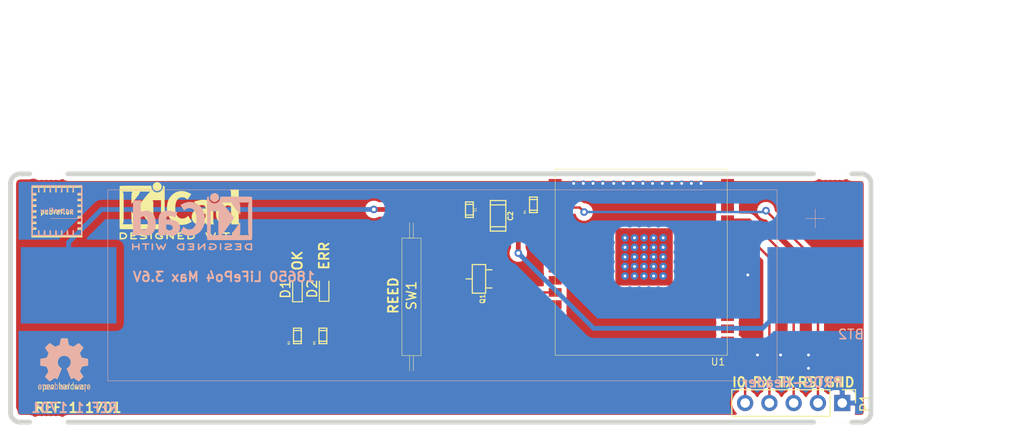
<source format=kicad_pcb>
(kicad_pcb (version 20160815) (host pcbnew no-vcs-found)
  (layers (0 F.Cu signal) (31 B.Cu signal) (34 B.Paste user) (35 F.Paste user) (36 B.SilkS user) (37 F.SilkS user) (38 B.Mask user) (39 F.Mask user) (44 Edge.Cuts user))
  (net 0 "")
  (net 1 "Net-(BT1-Pad2)")
  (net 2 "Net-(BT1-Pad1)")
  (net 3 "Net-(D1-Pad1)")
  (net 4 "Net-(D1-Pad2)")
  (net 5 "Net-(D2-Pad2)")
  (net 6 "Net-(D2-Pad1)")
  (net 7 "Net-(P1-Pad5)")
  (net 8 "Net-(P1-Pad4)")
  (net 9 "Net-(P1-Pad3)")
  (net 10 "Net-(P1-Pad2)")
  (net 11 "Net-(Q1-Pad1)")
  (net 12 "Net-(U1-Pad39)")
  (net 13 "Net-(U1-Pad4)")
  (net 14 "Net-(U1-Pad5)")
  (net 15 "Net-(U1-Pad6)")
  (net 16 "Net-(U1-Pad7)")
  (net 17 "Net-(U1-Pad8)")
  (net 18 "Net-(U1-Pad9)")
  (net 19 "Net-(U1-Pad13)")
  (net 20 "Net-(U1-Pad14)")
  (net 21 "Net-(U1-Pad15)")
  (net 22 "Net-(U1-Pad16)")
  (net 23 "Net-(U1-Pad17)")
  (net 24 "Net-(U1-Pad18)")
  (net 25 "Net-(U1-Pad19)")
  (net 26 "Net-(U1-Pad20)")
  (net 27 "Net-(U1-Pad21)")
  (net 28 "Net-(U1-Pad22)")
  (net 29 "Net-(U1-Pad23)")
  (net 30 "Net-(U1-Pad24)")
  (net 31 "Net-(U1-Pad26)")
  (net 32 "Net-(U1-Pad27)")
  (net 33 "Net-(U1-Pad28)")
  (net 34 "Net-(U1-Pad29)")
  (net 35 "Net-(U1-Pad30)")
  (net 36 "Net-(U1-Pad31)")
  (net 37 "Net-(U1-Pad32)")
  (net 38 "Net-(U1-Pad33)")
  (net 39 "Net-(U1-Pad36)")
  (net 40 "Net-(U1-Pad37)")
  (net 41 /GND)
  (module module:micro_bite (layer F.Cu) (at 31 68)
    (fp_text reference REF** hide)
    (fp_text value micro_bite hide)
    (pad "" np_thru_hole circle (at 1 0) (size 0.3 0.3) (drill 0.3) (layers *.Cu))
    (pad "" np_thru_hole circle (at 0.5 0) (size 0.3 0.3) (drill 0.3) (layers *.Cu))
    (pad "" np_thru_hole circle (at -1 0) (size 0.3 0.3) (drill 0.3) (layers *.Cu))
    (pad "" np_thru_hole circle (at -0.5 0) (size 0.3 0.3) (drill 0.3) (layers *.Cu))
    (pad "" np_thru_hole circle (at 0 0) (size 0.3 0.3) (drill 0.3) (layers *.Cu))
  )
  (module module:micro_bite (layer F.Cu) (at 113 68)
    (fp_text reference REF** hide)
    (fp_text value micro_bite hide)
    (pad "" np_thru_hole circle (at 0 0) (size 0.3 0.3) (drill 0.3) (layers *.Cu))
    (pad "" np_thru_hole circle (at -0.5 0) (size 0.3 0.3) (drill 0.3) (layers *.Cu))
    (pad "" np_thru_hole circle (at -1 0) (size 0.3 0.3) (drill 0.3) (layers *.Cu))
    (pad "" np_thru_hole circle (at 0.5 0) (size 0.3 0.3) (drill 0.3) (layers *.Cu))
    (pad "" np_thru_hole circle (at 1 0) (size 0.3 0.3) (drill 0.3) (layers *.Cu))
  )
  (module module:micro_bite (layer F.Cu) (at 113 42)
    (fp_text reference REF** hide)
    (fp_text value micro_bite hide)
    (pad "" np_thru_hole circle (at 1 0) (size 0.3 0.3) (drill 0.3) (layers *.Cu))
    (pad "" np_thru_hole circle (at 0.5 0) (size 0.3 0.3) (drill 0.3) (layers *.Cu))
    (pad "" np_thru_hole circle (at -1 0) (size 0.3 0.3) (drill 0.3) (layers *.Cu))
    (pad "" np_thru_hole circle (at -0.5 0) (size 0.3 0.3) (drill 0.3) (layers *.Cu))
    (pad "" np_thru_hole circle (at 0 0) (size 0.3 0.3) (drill 0.3) (layers *.Cu))
  )
  (module module:micro_bite (layer F.Cu) (at 31 42)
    (fp_text reference REF** hide)
    (fp_text value micro_bite hide)
    (pad "" np_thru_hole circle (at 0 0) (size 0.3 0.3) (drill 0.3) (layers *.Cu))
    (pad "" np_thru_hole circle (at -0.5 0) (size 0.3 0.3) (drill 0.3) (layers *.Cu))
    (pad "" np_thru_hole circle (at -1 0) (size 0.3 0.3) (drill 0.3) (layers *.Cu))
    (pad "" np_thru_hole circle (at 0.5 0) (size 0.3 0.3) (drill 0.3) (layers *.Cu))
    (pad "" np_thru_hole circle (at 1 0) (size 0.3 0.3) (drill 0.3) (layers *.Cu))
  )
  (module Symbols:KiCad-Logo2_6mm_SilkScreen (layer F.Cu) (at 44.683 45.857)
    (fp_text reference REF*** hide)
    (fp_text value KiCad-Logo2_6mm_SilkScreen hide)
  )
  (module module:Via-0.6mm (layer F.Cu) (at 110.469 62.367 90)
    (fp_text reference REF** hide)
    (fp_text value Via-0.6mm hide)
    (pad 1 thru_hole circle (at 0 0 90) (size 0.6 0.6) (drill 0.3) (layers *.Cu) (net 41 /GND))
  )
  (module module:Via-0.6mm (layer F.Cu) (at 110.469 60.97 90)
    (fp_text reference REF** hide)
    (fp_text value Via-0.6mm hide)
    (pad 1 thru_hole circle (at 0 0 90) (size 0.6 0.6) (drill 0.3) (layers *.Cu) (net 41 /GND))
  )
  (module module:Via-0.6mm (layer F.Cu) (at 107.548 60.97 90)
    (fp_text reference REF** hide)
    (fp_text value Via-0.6mm hide)
    (pad 1 thru_hole circle (at 0 0 90) (size 0.6 0.6) (drill 0.3) (layers *.Cu) (net 41 /GND))
  )
  (module module:Via-0.6mm (layer F.Cu) (at 105.135 60.97 90)
    (fp_text reference REF** hide)
    (fp_text value Via-0.6mm hide)
    (pad 1 thru_hole circle (at 0 0 90) (size 0.6 0.6) (drill 0.3) (layers *.Cu) (net 41 /GND))
  )
  (module module:Via-0.6mm (layer F.Cu) (at 104.119 52.588 90)
    (fp_text reference REF** hide)
    (fp_text value Via-0.6mm hide)
    (pad 1 thru_hole circle (at 0 0 90) (size 0.6 0.6) (drill 0.3) (layers *.Cu) (net 41 /GND))
  )
  (module module:Via-0.6mm (layer F.Cu) (at 85.902312 43.002568 90)
    (fp_text reference REF** hide)
    (fp_text value Via-0.6mm hide)
    (pad 1 thru_hole circle (at 0 0 90) (size 0.6 0.6) (drill 0.3) (layers *.Cu) (net 41 /GND))
  )
  (module module:Via-0.6mm (layer F.Cu) (at 99.237312 43.002568 90)
    (fp_text reference REF** hide)
    (fp_text value Via-0.6mm hide)
    (pad 1 thru_hole circle (at 0 0 90) (size 0.6 0.6) (drill 0.3) (layers *.Cu) (net 41 /GND))
  )
  (module module:Via-0.6mm (layer F.Cu) (at 98.221312 43.002568 90)
    (fp_text reference REF** hide)
    (fp_text value Via-0.6mm hide)
    (pad 1 thru_hole circle (at 0 0 90) (size 0.6 0.6) (drill 0.3) (layers *.Cu) (net 41 /GND))
  )
  (module module:Via-0.6mm (layer F.Cu) (at 97.205312 43.002568 90)
    (fp_text reference REF** hide)
    (fp_text value Via-0.6mm hide)
    (pad 1 thru_hole circle (at 0 0 90) (size 0.6 0.6) (drill 0.3) (layers *.Cu) (net 41 /GND))
  )
  (module module:Via-0.6mm (layer F.Cu) (at 96.189312 43.002568 90)
    (fp_text reference REF** hide)
    (fp_text value Via-0.6mm hide)
    (pad 1 thru_hole circle (at 0 0 90) (size 0.6 0.6) (drill 0.3) (layers *.Cu) (net 41 /GND))
  )
  (module module:Via-0.6mm (layer F.Cu) (at 95.173312 43.002568 90)
    (fp_text reference REF** hide)
    (fp_text value Via-0.6mm hide)
    (pad 1 thru_hole circle (at 0 0 90) (size 0.6 0.6) (drill 0.3) (layers *.Cu) (net 41 /GND))
  )
  (module module:Via-0.6mm (layer F.Cu) (at 94.157312 43.002568 90)
    (fp_text reference REF** hide)
    (fp_text value Via-0.6mm hide)
    (pad 1 thru_hole circle (at 0 0 90) (size 0.6 0.6) (drill 0.3) (layers *.Cu) (net 41 /GND))
  )
  (module module:Via-0.6mm (layer F.Cu) (at 93.141312 43.002568 90)
    (fp_text reference REF** hide)
    (fp_text value Via-0.6mm hide)
    (pad 1 thru_hole circle (at 0 0 90) (size 0.6 0.6) (drill 0.3) (layers *.Cu) (net 41 /GND))
  )
  (module module:Via-0.6mm (layer F.Cu) (at 92.125312 43.002568 90)
    (fp_text reference REF** hide)
    (fp_text value Via-0.6mm hide)
    (pad 1 thru_hole circle (at 0 0 90) (size 0.6 0.6) (drill 0.3) (layers *.Cu) (net 41 /GND))
  )
  (module module:Via-0.6mm (layer F.Cu) (at 91.109312 43.002568 90)
    (fp_text reference REF** hide)
    (fp_text value Via-0.6mm hide)
    (pad 1 thru_hole circle (at 0 0 90) (size 0.6 0.6) (drill 0.3) (layers *.Cu) (net 41 /GND))
  )
  (module module:Via-0.6mm (layer F.Cu) (at 90.093312 43.002568 90)
    (fp_text reference REF** hide)
    (fp_text value Via-0.6mm hide)
    (pad 1 thru_hole circle (at 0 0 90) (size 0.6 0.6) (drill 0.3) (layers *.Cu) (net 41 /GND))
  )
  (module module:Via-0.6mm (layer F.Cu) (at 88.950312 43.002568 90)
    (fp_text reference REF** hide)
    (fp_text value Via-0.6mm hide)
    (pad 1 thru_hole circle (at 0 0 90) (size 0.6 0.6) (drill 0.3) (layers *.Cu) (net 41 /GND))
  )
  (module module:Via-0.6mm (layer F.Cu) (at 87.934312 43.002568 90)
    (fp_text reference REF** hide)
    (fp_text value Via-0.6mm hide)
    (pad 1 thru_hole circle (at 0 0 90) (size 0.6 0.6) (drill 0.3) (layers *.Cu) (net 41 /GND))
  )
  (module module:Via-0.6mm (layer F.Cu) (at 86.918312 43.002568 90)
    (fp_text reference REF** hide)
    (fp_text value Via-0.6mm hide)
    (pad 1 thru_hole circle (at 0 0 90) (size 0.6 0.6) (drill 0.3) (layers *.Cu) (net 41 /GND))
  )
  (module w_logo:Logo_silk_OSHW_6x6mm (layer B.Cu) (at 32.618 61.478 180)
    (fp_text reference G*** hide)
    (fp_text value LOGO hide)
  )
  (module module:pcbreflux_logo (layer B.Cu) (at 31.856 45.857)
    (fp_text reference REF** hide)
    (fp_text value pcbreflux_logo hide)
    (fp_text user pcbreflux (at 0 0) (layer B.SilkS) (effects (font (size 0.5 0.5) (thickness 0.1)) (justify mirror)))
  )
  (module Symbols:KiCad-Logo2_6mm_SilkScreen (layer B.Cu) (at 46 47 180)
    (fp_text reference REF*** hide)
    (fp_text value KiCad-Logo2_6mm_SilkScreen hide)
  )
  (module w_logo:Logo_silk_OSHW_6x6mm (layer F.Cu) (at 32.618 61.478)
    (fp_text reference G*** hide)
    (fp_text value LOGO hide)
  )
  (module module:pcbreflux_logo (layer F.Cu) (at 31.856 45.984)
    (fp_text reference REF** hide)
    (fp_text value pcbreflux_logo hide)
    (fp_text user pcbreflux (at 0 0) (layer F.SilkS) (effects (font (size 0.5 0.5) (thickness 0.1))))
  )
  (module module:SMD_Reed_Switch (layer F.Cu) (at 68.94 45.73 270)
    (fp_text reference SW1 (at 9.017 0 270) (layer F.SilkS))
    (fp_text value SW_PUSH hide)
    (pad 2 smd rect (at 18.34 0 270) (size 2.34 1.3) (layers F.Cu F.Paste F.Mask) (net 41 /GND))
    (pad 1 smd rect (at 0 0 270) (size 2.34 1.3) (layers F.Cu F.Paste F.Mask) (net 1 "Net-(BT1-Pad2)"))
  )
  (module LEDs:LED_0603 (layer F.Cu) (at 57.011 54.096 90)
    (fp_text reference D1 (at 0 -1.25 90) (layer F.SilkS))
    (fp_text value LED hide)
    (pad 1 smd rect (at -0.8 0 270) (size 0.8 0.8) (layers F.Cu F.Paste F.Mask) (net 3 "Net-(D1-Pad1)"))
    (pad 2 smd rect (at 0.8 0 270) (size 0.8 0.8) (layers F.Cu F.Paste F.Mask) (net 4 "Net-(D1-Pad2)"))
  )
  (module LEDs:LED_0603 (layer F.Cu) (at 59.805 54.045 90)
    (fp_text reference D2 (at 0 -1.25 90) (layer F.SilkS))
    (fp_text value LED hide)
    (pad 2 smd rect (at 0.8 0 270) (size 0.8 0.8) (layers F.Cu F.Paste F.Mask) (net 5 "Net-(D2-Pad2)"))
    (pad 1 smd rect (at -0.8 0 270) (size 0.8 0.8) (layers F.Cu F.Paste F.Mask) (net 6 "Net-(D2-Pad1)"))
  )
  (module Pin_Headers:Pin_Header_Straight_1x05_Pitch2.54mm (layer F.Cu) (at 114 66 270)
    (fp_text reference P1 (at 0 -2.39 270) (layer F.SilkS))
    (fp_text value CONN_01X05 hide)
    (pad 5 thru_hole oval (at 0 10.16 270) (size 1.7 1.7) (drill 1) (layers *.Cu *.Mask) (net 7 "Net-(P1-Pad5)"))
    (pad 4 thru_hole oval (at 0 7.62 270) (size 1.7 1.7) (drill 1) (layers *.Cu *.Mask) (net 8 "Net-(P1-Pad4)"))
    (pad 3 thru_hole oval (at 0 5.08 270) (size 1.7 1.7) (drill 1) (layers *.Cu *.Mask) (net 9 "Net-(P1-Pad3)"))
    (pad 2 thru_hole oval (at 0 2.54 270) (size 1.7 1.7) (drill 1) (layers *.Cu *.Mask) (net 10 "Net-(P1-Pad2)"))
    (pad 1 thru_hole rect (at 0 0 270) (size 1.7 1.7) (drill 1) (layers *.Cu *.Mask) (net 41 /GND))
  )
  (module w_smd_trans:sot23 (layer F.Cu) (at 76 53 90)
    (fp_text reference Q1 (at -2.0955 0.381 90) (layer F.SilkS) (effects (font (size 0.50038 0.50038) (thickness 0.09906))))
    (fp_text value Q_NMOS_GDS hide)
    (pad 1 smd rect (at -0.9525 1.05664 90) (size 0.59944 1.00076) (layers F.Cu F.Paste F.Mask) (net 11 "Net-(Q1-Pad1)"))
    (pad 2 smd rect (at 0 -1.05664 90) (size 0.59944 1.00076) (layers F.Cu F.Paste F.Mask) (net 41 /GND))
    (pad 3 smd rect (at 0.9525 1.05664 90) (size 0.59944 1.00076) (layers F.Cu F.Paste F.Mask) (net 1 "Net-(BT1-Pad2)"))
  )
  (module w_smd_resistors:r_0603 (layer F.Cu) (at 81.695 45.24816 270)
    (fp_text reference R1 (at 0.75184 0.889 270) (layer F.SilkS) (effects (font (size 0.20066 0.20066) (thickness 0.04064))))
    (fp_text value 10K hide)
    (pad 1 smd rect (at 0.75184 0 270) (size 0.89916 1.00076) (layers F.Cu F.Paste F.Mask) (net 10 "Net-(P1-Pad2)"))
    (pad 2 smd rect (at -0.75184 0 270) (size 0.89916 1.00076) (layers F.Cu F.Paste F.Mask) (net 2 "Net-(BT1-Pad1)"))
  )
  (module w_smd_resistors:r_0603 (layer F.Cu) (at 57.011 58.97016 90)
    (fp_text reference R2 (at -0.75184 -0.889 90) (layer F.SilkS) (effects (font (size 0.20066 0.20066) (thickness 0.04064))))
    (fp_text value 330R hide)
    (pad 2 smd rect (at -0.75184 0 90) (size 0.89916 1.00076) (layers F.Cu F.Paste F.Mask) (net 41 /GND))
    (pad 1 smd rect (at 0.75184 0 90) (size 0.89916 1.00076) (layers F.Cu F.Paste F.Mask) (net 3 "Net-(D1-Pad1)"))
  )
  (module w_smd_resistors:r_0603 (layer F.Cu) (at 59.678 58.97016 90)
    (fp_text reference R3 (at -0.75184 -0.889 90) (layer F.SilkS) (effects (font (size 0.20066 0.20066) (thickness 0.04064))))
    (fp_text value 330R hide)
    (pad 1 smd rect (at 0.75184 0 90) (size 0.89916 1.00076) (layers F.Cu F.Paste F.Mask) (net 6 "Net-(D2-Pad1)"))
    (pad 2 smd rect (at -0.75184 0 90) (size 0.89916 1.00076) (layers F.Cu F.Paste F.Mask) (net 41 /GND))
  )
  (module module:ESP-WROOM-32-short (layer F.Cu) (at 83.97 61)
    (fp_text reference U1 (at 17.0394 0.6844) (layer F.SilkS) (effects (font (size 0.75 0.75) (thickness 0.1))))
    (fp_text value ES-WROOM-32 hide)
    (pad 39 thru_hole circle (at 7.3 -12.3) (size 0.8 0.8) (drill 0.3) (layers *.Cu *.Mask) (net 12 "Net-(U1-Pad39)"))
    (pad 39 smd rect (at 9.3 -10.3) (size 6 6) (layers F.Cu F.Paste F.Mask) (net 12 "Net-(U1-Pad39)"))
    (pad 1 smd rect (at 0 -18.01) (size 1.35 0.9) (layers F.Cu F.Paste F.Mask) (net 41 /GND))
    (pad 2 smd rect (at 0 -16.74) (size 1.35 0.9) (layers F.Cu F.Paste F.Mask) (net 2 "Net-(BT1-Pad1)"))
    (pad 3 smd rect (at 0 -15.47) (size 1.35 0.9) (layers F.Cu F.Paste F.Mask) (net 10 "Net-(P1-Pad2)"))
    (pad 4 smd rect (at 0 -14.2) (size 1.35 0.9) (layers F.Cu F.Paste F.Mask) (net 13 "Net-(U1-Pad4)"))
    (pad 5 smd rect (at 0 -12.93) (size 1.35 0.9) (layers F.Cu F.Paste F.Mask) (net 14 "Net-(U1-Pad5)"))
    (pad 6 smd rect (at 0 -11.66) (size 1.35 0.9) (layers F.Cu F.Paste F.Mask) (net 15 "Net-(U1-Pad6)"))
    (pad 7 smd rect (at 0 -10.39) (size 1.35 0.9) (layers F.Cu F.Paste F.Mask) (net 16 "Net-(U1-Pad7)"))
    (pad 8 smd rect (at 0 -9.12) (size 1.35 0.9) (layers F.Cu F.Paste F.Mask) (net 17 "Net-(U1-Pad8)"))
    (pad 9 smd rect (at 0 -7.85) (size 1.35 0.9) (layers F.Cu F.Paste F.Mask) (net 18 "Net-(U1-Pad9)"))
    (pad 10 smd rect (at 0 -6.58) (size 1.35 0.9) (layers F.Cu F.Paste F.Mask) (net 11 "Net-(Q1-Pad1)"))
    (pad 11 smd rect (at 0 -5.31) (size 1.35 0.9) (layers F.Cu F.Paste F.Mask) (net 4 "Net-(D1-Pad2)"))
    (pad 12 smd rect (at 0 -4.04) (size 1.35 0.9) (layers F.Cu F.Paste F.Mask) (net 5 "Net-(D2-Pad2)"))
    (pad 13 smd rect (at 0 -2.77) (size 1.35 0.9) (layers F.Cu F.Paste F.Mask) (net 19 "Net-(U1-Pad13)"))
    (pad 14 smd rect (at 0 -1.5) (size 1.35 0.9) (layers F.Cu F.Paste F.Mask) (net 20 "Net-(U1-Pad14)"))
    (pad 15 smd rect (at 3.3 0) (size 0.9 1.35) (layers F.Cu F.Paste F.Mask) (net 21 "Net-(U1-Pad15)"))
    (pad 16 smd rect (at 4.57 0) (size 0.9 1.35) (layers F.Cu F.Paste F.Mask) (net 22 "Net-(U1-Pad16)"))
    (pad 17 smd rect (at 5.84 0) (size 0.9 1.35) (layers F.Cu F.Paste F.Mask) (net 23 "Net-(U1-Pad17)"))
    (pad 18 smd rect (at 7.11 0) (size 0.9 1.35) (layers F.Cu F.Paste F.Mask) (net 24 "Net-(U1-Pad18)"))
    (pad 19 smd rect (at 8.38 0) (size 0.9 1.35) (layers F.Cu F.Paste F.Mask) (net 25 "Net-(U1-Pad19)"))
    (pad 20 smd rect (at 9.65 0) (size 0.9 1.35) (layers F.Cu F.Paste F.Mask) (net 26 "Net-(U1-Pad20)"))
    (pad 21 smd rect (at 10.92 0) (size 0.9 1.35) (layers F.Cu F.Paste F.Mask) (net 27 "Net-(U1-Pad21)"))
    (pad 22 smd rect (at 12.19 0) (size 0.9 1.35) (layers F.Cu F.Paste F.Mask) (net 28 "Net-(U1-Pad22)"))
    (pad 23 smd rect (at 13.46 0) (size 0.9 1.35) (layers F.Cu F.Paste F.Mask) (net 29 "Net-(U1-Pad23)"))
    (pad 24 smd rect (at 14.73 0) (size 0.9 1.35) (layers F.Cu F.Paste F.Mask) (net 30 "Net-(U1-Pad24)"))
    (pad 25 smd rect (at 18.03 -1.5) (size 1.35 0.9) (layers F.Cu F.Paste F.Mask) (net 7 "Net-(P1-Pad5)"))
    (pad 26 smd rect (at 18.03 -2.77) (size 1.35 0.9) (layers F.Cu F.Paste F.Mask) (net 31 "Net-(U1-Pad26)"))
    (pad 27 smd rect (at 18.03 -4.04) (size 1.35 0.9) (layers F.Cu F.Paste F.Mask) (net 32 "Net-(U1-Pad27)"))
    (pad 28 smd rect (at 18.03 -5.31) (size 1.35 0.9) (layers F.Cu F.Paste F.Mask) (net 33 "Net-(U1-Pad28)"))
    (pad 29 smd rect (at 18.03 -6.58) (size 1.35 0.9) (layers F.Cu F.Paste F.Mask) (net 34 "Net-(U1-Pad29)"))
    (pad 30 smd rect (at 18.03 -7.85) (size 1.35 0.9) (layers F.Cu F.Paste F.Mask) (net 35 "Net-(U1-Pad30)"))
    (pad 31 smd rect (at 18.03 -9.12) (size 1.35 0.9) (layers F.Cu F.Paste F.Mask) (net 36 "Net-(U1-Pad31)"))
    (pad 32 smd rect (at 18.03 -10.39) (size 1.35 0.9) (layers F.Cu F.Paste F.Mask) (net 37 "Net-(U1-Pad32)"))
    (pad 33 smd rect (at 18.03 -11.66) (size 1.35 0.9) (layers F.Cu F.Paste F.Mask) (net 38 "Net-(U1-Pad33)"))
    (pad 34 smd rect (at 18.03 -12.93) (size 1.35 0.9) (layers F.Cu F.Paste F.Mask) (net 8 "Net-(P1-Pad4)"))
    (pad 35 smd rect (at 18.03 -14.2) (size 1.35 0.9) (layers F.Cu F.Paste F.Mask) (net 9 "Net-(P1-Pad3)"))
    (pad 36 smd rect (at 18.03 -15.47) (size 1.35 0.9) (layers F.Cu F.Paste F.Mask) (net 39 "Net-(U1-Pad36)"))
    (pad 37 smd rect (at 18.03 -16.74) (size 1.35 0.9) (layers F.Cu F.Paste F.Mask) (net 40 "Net-(U1-Pad37)"))
    (pad 38 smd rect (at 18.03 -18.01) (size 1.35 0.9) (layers F.Cu F.Paste F.Mask) (net 41 /GND))
    (pad 39 thru_hole circle (at 7.3 -11.3) (size 0.8 0.8) (drill 0.3) (layers *.Cu *.Mask) (net 12 "Net-(U1-Pad39)"))
    (pad 39 thru_hole circle (at 7.3 -10.3) (size 0.8 0.8) (drill 0.3) (layers *.Cu *.Mask) (net 12 "Net-(U1-Pad39)"))
    (pad 39 thru_hole circle (at 7.3 -9.3) (size 0.8 0.8) (drill 0.3) (layers *.Cu *.Mask) (net 12 "Net-(U1-Pad39)"))
    (pad 39 thru_hole circle (at 7.3 -8.3) (size 0.8 0.8) (drill 0.3) (layers *.Cu *.Mask) (net 12 "Net-(U1-Pad39)"))
    (pad 39 thru_hole circle (at 8.3 -8.3) (size 0.8 0.8) (drill 0.3) (layers *.Cu *.Mask) (net 12 "Net-(U1-Pad39)"))
    (pad 39 thru_hole circle (at 8.3 -9.3) (size 0.8 0.8) (drill 0.3) (layers *.Cu *.Mask) (net 12 "Net-(U1-Pad39)"))
    (pad 39 thru_hole circle (at 8.3 -10.3) (size 0.8 0.8) (drill 0.3) (layers *.Cu *.Mask) (net 12 "Net-(U1-Pad39)"))
    (pad 39 thru_hole circle (at 8.3 -11.3) (size 0.8 0.8) (drill 0.3) (layers *.Cu *.Mask) (net 12 "Net-(U1-Pad39)"))
    (pad 39 thru_hole circle (at 8.3 -12.3) (size 0.8 0.8) (drill 0.3) (layers *.Cu *.Mask) (net 12 "Net-(U1-Pad39)"))
    (pad 39 thru_hole circle (at 10.3 -12.3) (size 0.8 0.8) (drill 0.3) (layers *.Cu *.Mask) (net 12 "Net-(U1-Pad39)"))
    (pad 39 thru_hole circle (at 10.3 -11.3) (size 0.8 0.8) (drill 0.3) (layers *.Cu *.Mask) (net 12 "Net-(U1-Pad39)"))
    (pad 39 thru_hole circle (at 10.3 -10.3) (size 0.8 0.8) (drill 0.3) (layers *.Cu *.Mask) (net 12 "Net-(U1-Pad39)"))
    (pad 39 thru_hole circle (at 10.3 -9.3) (size 0.8 0.8) (drill 0.3) (layers *.Cu *.Mask) (net 12 "Net-(U1-Pad39)"))
    (pad 39 thru_hole circle (at 10.3 -8.3) (size 0.8 0.8) (drill 0.3) (layers *.Cu *.Mask) (net 12 "Net-(U1-Pad39)"))
    (pad 39 thru_hole circle (at 9.3 -8.3) (size 0.8 0.8) (drill 0.3) (layers *.Cu *.Mask) (net 12 "Net-(U1-Pad39)"))
    (pad 39 thru_hole circle (at 9.3 -9.3) (size 0.8 0.8) (drill 0.3) (layers *.Cu *.Mask) (net 12 "Net-(U1-Pad39)"))
    (pad 39 thru_hole circle (at 9.3 -10.3) (size 0.8 0.8) (drill 0.3) (layers *.Cu *.Mask) (net 12 "Net-(U1-Pad39)"))
    (pad 39 thru_hole circle (at 9.3 -11.3) (size 0.8 0.8) (drill 0.3) (layers *.Cu *.Mask) (net 12 "Net-(U1-Pad39)"))
    (pad 39 thru_hole circle (at 9.3 -12.3) (size 0.8 0.8) (drill 0.3) (layers *.Cu *.Mask) (net 12 "Net-(U1-Pad39)"))
    (pad 39 thru_hole circle (at 11.3 -8.3) (size 0.8 0.8) (drill 0.3) (layers *.Cu *.Mask) (net 12 "Net-(U1-Pad39)"))
    (pad 39 thru_hole circle (at 11.3 -9.3) (size 0.8 0.8) (drill 0.3) (layers *.Cu *.Mask) (net 12 "Net-(U1-Pad39)"))
    (pad 39 thru_hole circle (at 11.3 -10.3) (size 0.8 0.8) (drill 0.3) (layers *.Cu *.Mask) (net 12 "Net-(U1-Pad39)"))
    (pad 39 thru_hole circle (at 11.3 -11.3) (size 0.8 0.8) (drill 0.3) (layers *.Cu *.Mask) (net 12 "Net-(U1-Pad39)"))
    (pad 39 thru_hole circle (at 11.3 -12.3) (size 0.8 0.8) (drill 0.3) (layers *.Cu *.Mask) (net 12 "Net-(U1-Pad39)"))
  )
  (module w_smd_cap:c_0603 (layer F.Cu) (at 75 45.75184 270)
    (fp_text reference C1 (at 0 -0.635 270) (layer F.SilkS) (effects (font (size 0.20066 0.20066) (thickness 0.04064))))
    (fp_text value 100nF hide)
    (pad 1 smd rect (at 0.75184 0 270) (size 0.89916 1.00076) (layers F.Cu F.Paste F.Mask) (net 41 /GND))
    (pad 2 smd rect (at -0.75184 0 270) (size 0.89916 1.00076) (layers F.Cu F.Paste F.Mask) (net 2 "Net-(BT1-Pad1)"))
  )
  (module w_smd_cap:c_1206 (layer F.Cu) (at 78 46.397 270)
    (fp_text reference C2 (at 0.0254 -1.2954 270) (layer F.SilkS) (effects (font (size 0.50038 0.50038) (thickness 0.11938))))
    (fp_text value 10uF hide)
    (pad 1 smd rect (at 1.397 0 270) (size 1.6002 1.8034) (layers F.Cu F.Paste F.Mask) (net 41 /GND))
    (pad 2 smd rect (at -1.397 0 270) (size 1.6002 1.8034) (layers F.Cu F.Paste F.Mask) (net 2 "Net-(BT1-Pad1)"))
  )
  (module module:18650_Battery_Holder_SMT (layer B.Cu) (at 111.175 53.674 180)
    (fp_text reference BT2 (at -3.739 -5.137 180) (layer B.SilkS) (effects (justify mirror)))
    (fp_text value Battery)
    (pad 1 smd rect (at 0 0 180) (size 10 8) (layers B.Cu B.Paste B.Mask) (net 2 "Net-(BT1-Pad1)"))
    (pad 2 smd rect (at 78.1 0 180) (size 10 8) (layers B.Cu B.Paste B.Mask) (net 1 "Net-(BT1-Pad2)"))
  )
  (gr_line (start 29 42) (end 33 42) (layer Edge.Cuts) (width 0.01))
  (gr_line (start 115 42) (end 111 42) (layer Edge.Cuts) (width 0.01))
  (gr_line (start 111 68) (end 115 68) (layer Edge.Cuts) (width 0.01))
  (gr_line (start 29 68) (end 33 68) (layer Edge.Cuts) (width 0.01))
  (gr_line (start 111 68) (end 33 68) (layer Edge.Cuts) (width 0.5))
  (gr_line (start 116 68) (end 115 68) (layer Edge.Cuts) (width 0.5))
  (gr_line (start 115 42) (end 116 42) (layer Edge.Cuts) (width 0.5))
  (gr_line (start 33 42) (end 111 42) (layer Edge.Cuts) (width 0.5))
  (gr_line (start 29 68) (end 28 68) (layer Edge.Cuts) (width 0.5))
  (gr_line (start 29 42) (end 28 42) (layer Edge.Cuts) (width 0.5))
  (gr_text "18650 LiFePo4 Max 3.6V" (at 49.326 52.785) (layer B.SilkS) (effects (font (size 1 1) (thickness 0.2)) (justify mirror)))
  (gr_line (start 117 67) (end 117 43) (layer Edge.Cuts) (width 0.5))
  (gr_text PROG-Header (at 108.792 63.834) (layer B.SilkS) (effects (font (size 1 1) (thickness 0.2)) (justify mirror)))
  (gr_text "REF 1 1701" (at 33.705 66.501) (layer B.SilkS) (effects (font (size 1 1) (thickness 0.2)) (justify mirror)))
  (gr_text "REF 1 1701" (at 34.086 66.501) (layer F.SilkS) (effects (font (size 1 1) (thickness 0.2))))
  (gr_text REED (at 67.035 54.747 90) (layer F.SilkS) (effects (font (size 1 1) (thickness 0.2))))
  (gr_text GND (at 113.745 63.834) (layer F.SilkS) (effects (font (size 1 1) (thickness 0.2))))
  (gr_text RST (at 110.697 63.834) (layer F.SilkS) (effects (font (size 1 1) (thickness 0.2))))
  (gr_text TX (at 108.157 63.834) (layer F.SilkS) (effects (font (size 1 1) (thickness 0.2))))
  (gr_text RX (at 105.617 63.834) (layer F.SilkS) (effects (font (size 1 1) (thickness 0.2))))
  (gr_text I0 (at 103.204 63.834) (layer F.SilkS) (effects (font (size 1 1) (thickness 0.2))))
  (gr_text ERR (at 59.805 50.578 90) (layer F.SilkS) (effects (font (size 1 1) (thickness 0.2))))
  (gr_text OK (at 57.011 51.086 90) (layer F.SilkS) (effects (font (size 1 1) (thickness 0.2))))
  (gr_line (start 27 67) (end 27 43) (layer Edge.Cuts) (width 0.5))
  (gr_arc (start 28 67) (end 28 68) (angle 90) (layer Edge.Cuts) (width 0.5))
  (gr_arc (start 28 43) (end 27 43) (angle 90) (layer Edge.Cuts) (width 0.5))
  (gr_arc (start 116 43) (end 116 42) (angle 90) (layer Edge.Cuts) (width 0.5))
  (gr_arc (start 116 67) (end 117 67) (angle 90) (layer Edge.Cuts) (width 0.5))
  (segment (start 65.003 45.73) (end 68.94 45.73) (width 0.5) (layer F.Cu) (net 1))
  (segment (start 36.519 45.73) (end 65.003 45.73) (width 0.5) (layer B.Cu) (net 1))
  (via (at 65.003 45.73) (size 0.8) (drill 0.4) (layers F.Cu B.Cu) (net 1))
  (segment (start 33.075 53.674) (end 33.075 49.174) (width 0.5) (layer B.Cu) (net 1))
  (segment (start 33.075 49.174) (end 36.519 45.73) (width 0.5) (layer B.Cu) (net 1))
  (segment (start 70.21 49.54) (end 68.94 48.27) (width 0.5) (layer F.Cu) (net 1))
  (segment (start 68.94 48.27) (end 68.94 45.73) (width 0.5) (layer F.Cu) (net 1))
  (segment (start 75.34886 49.54) (end 70.21 49.54) (width 0.5) (layer F.Cu) (net 1))
  (segment (start 77.05664 52.0475) (end 77.05664 51.24778) (width 0.5) (layer F.Cu) (net 1))
  (segment (start 77.05664 51.24778) (end 75.34886 49.54) (width 0.5) (layer F.Cu) (net 1))
  (segment (start 75 45) (end 78 45) (width 0.5) (layer F.Cu) (net 2))
  (segment (start 81.695 44.49632) (end 81.93132 44.26) (width 0.5) (layer F.Cu) (net 2))
  (segment (start 81.93132 44.26) (end 83.97 44.26) (width 0.5) (layer F.Cu) (net 2))
  (segment (start 80.116 45.07494) (end 80.04106 45) (width 0.5) (layer F.Cu) (net 2))
  (segment (start 80.04106 45) (end 78 45) (width 0.5) (layer F.Cu) (net 2))
  (segment (start 80.116 50.302) (end 80.116 45.07494) (width 0.5) (layer F.Cu) (net 2))
  (segment (start 80.116 45.07494) (end 80.69462 44.49632) (width 0.5) (layer F.Cu) (net 2))
  (segment (start 80.69462 44.49632) (end 81.695 44.49632) (width 0.5) (layer F.Cu) (net 2))
  (segment (start 80.515999 50.701999) (end 80.116 50.302) (width 0.5) (layer B.Cu) (net 2))
  (segment (start 87.988 58.174) (end 80.515999 50.701999) (width 0.5) (layer B.Cu) (net 2))
  (segment (start 105.675 58.174) (end 87.988 58.174) (width 0.5) (layer B.Cu) (net 2))
  (segment (start 110.175 53.674) (end 105.675 58.174) (width 0.5) (layer B.Cu) (net 2))
  (segment (start 111.175 53.674) (end 110.175 53.674) (width 0.5) (layer B.Cu) (net 2))
  (via (at 80.116 50.302) (size 0.8) (drill 0.4) (layers F.Cu B.Cu) (net 2))
  (segment (start 57.011 54.896) (end 57.011 55.546) (width 0.25) (layer F.Cu) (net 3))
  (segment (start 57.011 55.546) (end 57.011 58.21832) (width 0.25) (layer F.Cu) (net 3))
  (segment (start 83.97 55.69) (end 64.676 55.69) (width 0.25) (layer F.Cu) (net 4))
  (segment (start 64.676 55.69) (end 60.685 51.699) (width 0.25) (layer F.Cu) (net 4))
  (segment (start 57.011 52.325) (end 57.011 53.296) (width 0.25) (layer F.Cu) (net 4))
  (segment (start 60.685 51.699) (end 57.637 51.699) (width 0.25) (layer F.Cu) (net 4))
  (segment (start 57.637 51.699) (end 57.011 52.325) (width 0.25) (layer F.Cu) (net 4))
  (segment (start 83.97 56.96) (end 63.52 56.96) (width 0.25) (layer F.Cu) (net 5))
  (segment (start 63.52 56.96) (end 59.805 53.245) (width 0.25) (layer F.Cu) (net 5))
  (segment (start 59.805 54.845) (end 59.805 58.09132) (width 0.25) (layer F.Cu) (net 6))
  (segment (start 59.805 58.09132) (end 59.678 58.21832) (width 0.25) (layer F.Cu) (net 6))
  (segment (start 102 59.5) (end 102.925 59.5) (width 0.25) (layer F.Cu) (net 7))
  (segment (start 102.925 59.5) (end 103.84 60.415) (width 0.25) (layer F.Cu) (net 7))
  (segment (start 103.84 60.415) (end 103.84 64.797919) (width 0.25) (layer F.Cu) (net 7))
  (segment (start 103.84 64.797919) (end 103.84 66) (width 0.25) (layer F.Cu) (net 7))
  (segment (start 102 48.07) (end 103.665 48.07) (width 0.25) (layer F.Cu) (net 8))
  (segment (start 103.665 48.07) (end 106.38 50.785) (width 0.25) (layer F.Cu) (net 8))
  (segment (start 106.38 50.785) (end 106.38 64.797919) (width 0.25) (layer F.Cu) (net 8))
  (segment (start 106.38 64.797919) (end 106.38 66) (width 0.25) (layer F.Cu) (net 8))
  (segment (start 102 46.8) (end 104.3 46.8) (width 0.25) (layer F.Cu) (net 9))
  (segment (start 104.3 46.8) (end 108.92 51.42) (width 0.25) (layer F.Cu) (net 9))
  (segment (start 108.92 51.42) (end 108.92 64.797919) (width 0.25) (layer F.Cu) (net 9))
  (segment (start 108.92 64.797919) (end 108.92 66) (width 0.25) (layer F.Cu) (net 9))
  (segment (start 81.695 46) (end 81.695 45.929) (width 0.25) (layer F.Cu) (net 10))
  (segment (start 81.695 45.929) (end 82.094 45.53) (width 0.25) (layer F.Cu) (net 10))
  (segment (start 82.094 45.53) (end 83.045 45.53) (width 0.25) (layer F.Cu) (net 10))
  (segment (start 83.045 45.53) (end 83.97 45.53) (width 0.25) (layer F.Cu) (net 10))
  (segment (start 87 46) (end 86.53 45.53) (width 0.25) (layer F.Cu) (net 10))
  (segment (start 86.53 45.53) (end 83.97 45.53) (width 0.25) (layer F.Cu) (net 10))
  (segment (start 106.423999 46.256999) (end 106.024 45.857) (width 0.25) (layer F.Cu) (net 10))
  (segment (start 111.46 51.293) (end 106.423999 46.256999) (width 0.25) (layer F.Cu) (net 10))
  (segment (start 111.46 66) (end 111.46 51.293) (width 0.25) (layer F.Cu) (net 10))
  (segment (start 87 46) (end 105.881 46) (width 0.25) (layer B.Cu) (net 10))
  (segment (start 105.881 46) (end 106.024 45.857) (width 0.25) (layer B.Cu) (net 10))
  (via (at 106.024 45.857) (size 0.8) (drill 0.4) (layers F.Cu B.Cu) (net 10))
  (via (at 87 46) (size 0.8) (drill 0.4) (layers F.Cu B.Cu) (net 10))
  (segment (start 83.97 54.42) (end 77.52414 54.42) (width 0.25) (layer F.Cu) (net 11))
  (segment (start 77.52414 54.42) (end 77.05664 53.9525) (width 0.25) (layer F.Cu) (net 11))
  (zone (net 41) (net_name /GND) (layer F.Cu) (connect_pads (clearance 0.508)) (min_thickness 0.254) (fill yes (arc_segments 16) (thermal_gap 0.508) (thermal_bridge_width 0.508))
    (polygon (pts (xy 27.101 42.117) (xy 116.89 42.117) (xy 117.017 68.152) (xy 27.101 68.025) (xy 26.974 42.117)))
  )
  (zone (net 41) (net_name /GND) (layer B.Cu) (connect_pads (clearance 0.762)) (min_thickness 0.254) (fill yes (arc_segments 16) (thermal_gap 0.508) (thermal_bridge_width 0.508))
    (polygon (pts (xy 117.017 68.025) (xy 26.974 68.025) (xy 26.974 41.99) (xy 117.017 41.99)))
  )
)
</source>
